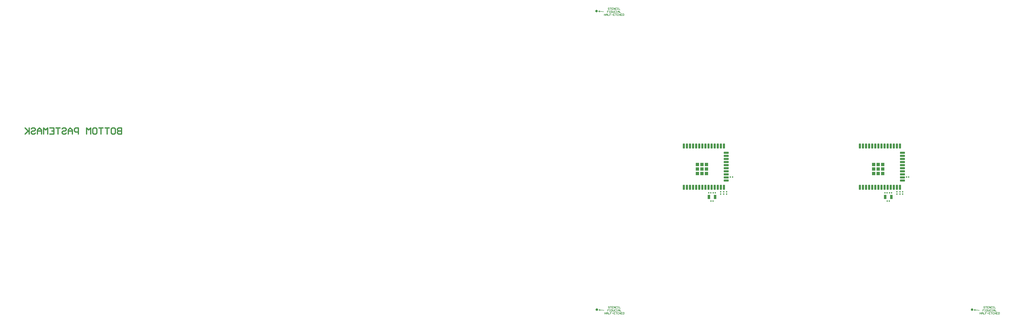
<source format=gbp>
G04*
G04 #@! TF.GenerationSoftware,Altium Limited,Altium Designer,20.1.11 (218)*
G04*
G04 Layer_Color=128*
%FSLAX24Y24*%
%MOIN*%
G70*
G04*
G04 #@! TF.SameCoordinates,AEDDF99B-34A0-49DA-9F15-8518DE2FCC60*
G04*
G04*
G04 #@! TF.FilePolarity,Positive*
G04*
G01*
G75*
%ADD10C,0.0050*%
%ADD11C,0.0200*%
G04:AMPARAMS|DCode=12|XSize=76.8mil|YSize=33.5mil|CornerRadius=2.6mil|HoleSize=0mil|Usage=FLASHONLY|Rotation=270.000|XOffset=0mil|YOffset=0mil|HoleType=Round|Shape=RoundedRectangle|*
%AMROUNDEDRECTD12*
21,1,0.0768,0.0283,0,0,270.0*
21,1,0.0717,0.0335,0,0,270.0*
1,1,0.0051,-0.0142,-0.0358*
1,1,0.0051,-0.0142,0.0358*
1,1,0.0051,0.0142,0.0358*
1,1,0.0051,0.0142,-0.0358*
%
%ADD12ROUNDEDRECTD12*%
G04:AMPARAMS|DCode=13|XSize=76.8mil|YSize=33.5mil|CornerRadius=2.6mil|HoleSize=0mil|Usage=FLASHONLY|Rotation=180.000|XOffset=0mil|YOffset=0mil|HoleType=Round|Shape=RoundedRectangle|*
%AMROUNDEDRECTD13*
21,1,0.0768,0.0283,0,0,180.0*
21,1,0.0717,0.0335,0,0,180.0*
1,1,0.0051,-0.0358,0.0142*
1,1,0.0051,0.0358,0.0142*
1,1,0.0051,0.0358,-0.0142*
1,1,0.0051,-0.0358,-0.0142*
%
%ADD13ROUNDEDRECTD13*%
G04:AMPARAMS|DCode=14|XSize=33.5mil|YSize=76.8mil|CornerRadius=2.6mil|HoleSize=0mil|Usage=FLASHONLY|Rotation=180.000|XOffset=0mil|YOffset=0mil|HoleType=Round|Shape=RoundedRectangle|*
%AMROUNDEDRECTD14*
21,1,0.0335,0.0717,0,0,180.0*
21,1,0.0283,0.0768,0,0,180.0*
1,1,0.0051,-0.0142,0.0358*
1,1,0.0051,0.0142,0.0358*
1,1,0.0051,0.0142,-0.0358*
1,1,0.0051,-0.0142,-0.0358*
%
%ADD14ROUNDEDRECTD14*%
G04:AMPARAMS|DCode=15|XSize=50.4mil|YSize=50.4mil|CornerRadius=0mil|HoleSize=0mil|Usage=FLASHONLY|Rotation=270.000|XOffset=0mil|YOffset=0mil|HoleType=Round|Shape=RoundedRectangle|*
%AMROUNDEDRECTD15*
21,1,0.0504,0.0504,0,0,270.0*
21,1,0.0504,0.0504,0,0,270.0*
1,1,0.0000,-0.0252,-0.0252*
1,1,0.0000,-0.0252,0.0252*
1,1,0.0000,0.0252,0.0252*
1,1,0.0000,0.0252,-0.0252*
%
%ADD15ROUNDEDRECTD15*%
G04:AMPARAMS|DCode=16|XSize=68.9mil|YSize=37.4mil|CornerRadius=3mil|HoleSize=0mil|Usage=FLASHONLY|Rotation=270.000|XOffset=0mil|YOffset=0mil|HoleType=Round|Shape=RoundedRectangle|*
%AMROUNDEDRECTD16*
21,1,0.0689,0.0315,0,0,270.0*
21,1,0.0630,0.0374,0,0,270.0*
1,1,0.0059,-0.0157,-0.0315*
1,1,0.0059,-0.0157,0.0315*
1,1,0.0059,0.0157,0.0315*
1,1,0.0059,0.0157,-0.0315*
%
%ADD16ROUNDEDRECTD16*%
G04:AMPARAMS|DCode=17|XSize=20mil|YSize=20mil|CornerRadius=6mil|HoleSize=0mil|Usage=FLASHONLY|Rotation=90.000|XOffset=0mil|YOffset=0mil|HoleType=Round|Shape=RoundedRectangle|*
%AMROUNDEDRECTD17*
21,1,0.0200,0.0080,0,0,90.0*
21,1,0.0080,0.0200,0,0,90.0*
1,1,0.0120,0.0040,0.0040*
1,1,0.0120,0.0040,-0.0040*
1,1,0.0120,-0.0040,-0.0040*
1,1,0.0120,-0.0040,0.0040*
%
%ADD17ROUNDEDRECTD17*%
G04:AMPARAMS|DCode=18|XSize=20mil|YSize=20mil|CornerRadius=6mil|HoleSize=0mil|Usage=FLASHONLY|Rotation=0.000|XOffset=0mil|YOffset=0mil|HoleType=Round|Shape=RoundedRectangle|*
%AMROUNDEDRECTD18*
21,1,0.0200,0.0080,0,0,0.0*
21,1,0.0080,0.0200,0,0,0.0*
1,1,0.0120,0.0040,-0.0040*
1,1,0.0120,-0.0040,-0.0040*
1,1,0.0120,-0.0040,0.0040*
1,1,0.0120,0.0040,0.0040*
%
%ADD18ROUNDEDRECTD18*%
G36*
X183655Y-2497D02*
X183674D01*
X183712Y-2505D01*
X183748Y-2520D01*
X183780Y-2541D01*
X183808Y-2569D01*
X183829Y-2601D01*
X183844Y-2637D01*
X183852Y-2675D01*
Y-2694D01*
Y-2714D01*
X183844Y-2752D01*
X183829Y-2787D01*
X183808Y-2820D01*
X183780Y-2847D01*
X183748Y-2869D01*
X183712Y-2883D01*
X183674Y-2891D01*
X183655D01*
X183635D01*
X183597Y-2883D01*
X183561Y-2869D01*
X183529Y-2847D01*
X183502Y-2820D01*
X183480Y-2787D01*
X183465Y-2752D01*
X183458Y-2714D01*
Y-2694D01*
Y-2675D01*
X183465Y-2637D01*
X183480Y-2601D01*
X183502Y-2569D01*
X183529Y-2541D01*
X183561Y-2520D01*
X183597Y-2505D01*
X183635Y-2497D01*
X183655D01*
D01*
D02*
G37*
G36*
X122838D02*
X122858D01*
X122896Y-2505D01*
X122932Y-2520D01*
X122964Y-2541D01*
X122991Y-2569D01*
X123013Y-2601D01*
X123028Y-2637D01*
X123035Y-2675D01*
Y-2694D01*
Y-2714D01*
X123028Y-2752D01*
X123013Y-2787D01*
X122991Y-2820D01*
X122964Y-2847D01*
X122932Y-2869D01*
X122896Y-2883D01*
X122858Y-2891D01*
X122838D01*
X122819D01*
X122781Y-2883D01*
X122745Y-2869D01*
X122713Y-2847D01*
X122685Y-2820D01*
X122664Y-2787D01*
X122649Y-2752D01*
X122641Y-2714D01*
Y-2694D01*
Y-2675D01*
X122649Y-2637D01*
X122664Y-2601D01*
X122685Y-2569D01*
X122713Y-2541D01*
X122745Y-2520D01*
X122781Y-2505D01*
X122819Y-2497D01*
X122838D01*
D01*
D02*
G37*
G36*
X122782Y45963D02*
X122801D01*
X122839Y45955D01*
X122875Y45940D01*
X122907Y45919D01*
X122935Y45891D01*
X122956Y45859D01*
X122971Y45823D01*
X122979Y45785D01*
Y45766D01*
Y45746D01*
X122971Y45708D01*
X122956Y45673D01*
X122935Y45640D01*
X122907Y45613D01*
X122875Y45591D01*
X122839Y45577D01*
X122801Y45569D01*
X122782D01*
X122762D01*
X122724Y45577D01*
X122688Y45591D01*
X122656Y45613D01*
X122629Y45640D01*
X122607Y45673D01*
X122592Y45708D01*
X122585Y45746D01*
Y45766D01*
Y45785D01*
X122592Y45823D01*
X122607Y45859D01*
X122629Y45891D01*
X122656Y45919D01*
X122688Y45940D01*
X122724Y45955D01*
X122762Y45963D01*
X122782D01*
D01*
D02*
G37*
D10*
X184195Y-2644D02*
X183975Y-2734D01*
X184185Y-2864D02*
X183975Y-2734D01*
X184825Y-2804D02*
X183975Y-2734D01*
X123322Y45816D02*
X123102Y45726D01*
X123312Y45596D02*
X123102Y45726D01*
X123952Y45656D02*
X123102Y45726D01*
X123378Y-2644D02*
X123158Y-2734D01*
X123368Y-2864D02*
X123158Y-2734D01*
X124008Y-2804D02*
X123158Y-2734D01*
X124913Y-2234D02*
X124863Y-2184D01*
X124763D01*
X124713Y-2234D01*
Y-2284D01*
X124763Y-2334D01*
X124863D01*
X124913Y-2384D01*
Y-2434D01*
X124863Y-2484D01*
X124763D01*
X124713Y-2434D01*
X125013Y-2184D02*
X125213D01*
X125113D01*
Y-2484D01*
X125513Y-2184D02*
X125313D01*
Y-2484D01*
X125513D01*
X125313Y-2334D02*
X125413D01*
X125613Y-2484D02*
Y-2184D01*
X125813Y-2484D01*
Y-2184D01*
X126113Y-2234D02*
X126063Y-2184D01*
X125963D01*
X125913Y-2234D01*
Y-2434D01*
X125963Y-2484D01*
X126063D01*
X126113Y-2434D01*
X126213Y-2184D02*
X126313D01*
X126263D01*
Y-2484D01*
X126213D01*
X126313D01*
X126463Y-2184D02*
Y-2484D01*
X126662D01*
X124788Y-2664D02*
X124588D01*
Y-2814D01*
X124688D01*
X124588D01*
Y-2964D01*
X124888Y-2664D02*
X124988D01*
X124938D01*
Y-2964D01*
X124888D01*
X124988D01*
X125138Y-2664D02*
Y-2964D01*
X125288D01*
X125338Y-2914D01*
Y-2714D01*
X125288Y-2664D01*
X125138D01*
X125438D02*
Y-2914D01*
X125488Y-2964D01*
X125588D01*
X125638Y-2914D01*
Y-2664D01*
X125938Y-2714D02*
X125888Y-2664D01*
X125788D01*
X125738Y-2714D01*
Y-2914D01*
X125788Y-2964D01*
X125888D01*
X125938Y-2914D01*
X126038Y-2664D02*
X126138D01*
X126088D01*
Y-2964D01*
X126038D01*
X126138D01*
X126288D02*
Y-2764D01*
X126388Y-2664D01*
X126488Y-2764D01*
Y-2964D01*
Y-2814D01*
X126288D01*
X126588Y-2664D02*
Y-2964D01*
X126787D01*
X124088Y-3144D02*
Y-3444D01*
Y-3294D01*
X124288D01*
Y-3144D01*
Y-3444D01*
X124388D02*
Y-3244D01*
X124488Y-3144D01*
X124588Y-3244D01*
Y-3444D01*
Y-3294D01*
X124388D01*
X124688Y-3144D02*
Y-3444D01*
X124888D01*
X125188Y-3144D02*
X124988D01*
Y-3294D01*
X125088D01*
X124988D01*
Y-3444D01*
X125288Y-3294D02*
X125488D01*
X125788Y-3144D02*
X125588D01*
Y-3444D01*
X125788D01*
X125588Y-3294D02*
X125688D01*
X125888Y-3144D02*
X126088D01*
X125988D01*
Y-3444D01*
X126388Y-3194D02*
X126338Y-3144D01*
X126238D01*
X126188Y-3194D01*
Y-3394D01*
X126238Y-3444D01*
X126338D01*
X126388Y-3394D01*
X126488Y-3144D02*
Y-3444D01*
Y-3294D01*
X126687D01*
Y-3144D01*
Y-3444D01*
X126987Y-3144D02*
X126787D01*
Y-3444D01*
X126987D01*
X126787Y-3294D02*
X126887D01*
X127087Y-3144D02*
Y-3444D01*
X127237D01*
X127287Y-3394D01*
Y-3194D01*
X127237Y-3144D01*
X127087D01*
X185729Y-2234D02*
X185679Y-2184D01*
X185579D01*
X185529Y-2234D01*
Y-2284D01*
X185579Y-2334D01*
X185679D01*
X185729Y-2384D01*
Y-2434D01*
X185679Y-2484D01*
X185579D01*
X185529Y-2434D01*
X185829Y-2184D02*
X186029D01*
X185929D01*
Y-2484D01*
X186329Y-2184D02*
X186129D01*
Y-2484D01*
X186329D01*
X186129Y-2334D02*
X186229D01*
X186429Y-2484D02*
Y-2184D01*
X186629Y-2484D01*
Y-2184D01*
X186929Y-2234D02*
X186879Y-2184D01*
X186779D01*
X186729Y-2234D01*
Y-2434D01*
X186779Y-2484D01*
X186879D01*
X186929Y-2434D01*
X187029Y-2184D02*
X187129D01*
X187079D01*
Y-2484D01*
X187029D01*
X187129D01*
X187279Y-2184D02*
Y-2484D01*
X187479D01*
X185604Y-2664D02*
X185404D01*
Y-2814D01*
X185504D01*
X185404D01*
Y-2964D01*
X185704Y-2664D02*
X185804D01*
X185754D01*
Y-2964D01*
X185704D01*
X185804D01*
X185954Y-2664D02*
Y-2964D01*
X186104D01*
X186154Y-2914D01*
Y-2714D01*
X186104Y-2664D01*
X185954D01*
X186254D02*
Y-2914D01*
X186304Y-2964D01*
X186404D01*
X186454Y-2914D01*
Y-2664D01*
X186754Y-2714D02*
X186704Y-2664D01*
X186604D01*
X186554Y-2714D01*
Y-2914D01*
X186604Y-2964D01*
X186704D01*
X186754Y-2914D01*
X186854Y-2664D02*
X186954D01*
X186904D01*
Y-2964D01*
X186854D01*
X186954D01*
X187104D02*
Y-2764D01*
X187204Y-2664D01*
X187304Y-2764D01*
Y-2964D01*
Y-2814D01*
X187104D01*
X187404Y-2664D02*
Y-2964D01*
X187604D01*
X184905Y-3144D02*
Y-3444D01*
Y-3294D01*
X185105D01*
Y-3144D01*
Y-3444D01*
X185205D02*
Y-3244D01*
X185305Y-3144D01*
X185404Y-3244D01*
Y-3444D01*
Y-3294D01*
X185205D01*
X185504Y-3144D02*
Y-3444D01*
X185704D01*
X186004Y-3144D02*
X185804D01*
Y-3294D01*
X185904D01*
X185804D01*
Y-3444D01*
X186104Y-3294D02*
X186304D01*
X186604Y-3144D02*
X186404D01*
Y-3444D01*
X186604D01*
X186404Y-3294D02*
X186504D01*
X186704Y-3144D02*
X186904D01*
X186804D01*
Y-3444D01*
X187204Y-3194D02*
X187154Y-3144D01*
X187054D01*
X187004Y-3194D01*
Y-3394D01*
X187054Y-3444D01*
X187154D01*
X187204Y-3394D01*
X187304Y-3144D02*
Y-3444D01*
Y-3294D01*
X187504D01*
Y-3144D01*
Y-3444D01*
X187804Y-3144D02*
X187604D01*
Y-3444D01*
X187804D01*
X187604Y-3294D02*
X187704D01*
X187904Y-3144D02*
Y-3444D01*
X188054D01*
X188104Y-3394D01*
Y-3194D01*
X188054Y-3144D01*
X187904D01*
X124856Y46226D02*
X124806Y46276D01*
X124706D01*
X124656Y46226D01*
Y46176D01*
X124706Y46126D01*
X124806D01*
X124856Y46076D01*
Y46026D01*
X124806Y45976D01*
X124706D01*
X124656Y46026D01*
X124956Y46276D02*
X125156D01*
X125056D01*
Y45976D01*
X125456Y46276D02*
X125256D01*
Y45976D01*
X125456D01*
X125256Y46126D02*
X125356D01*
X125556Y45976D02*
Y46276D01*
X125756Y45976D01*
Y46276D01*
X126056Y46226D02*
X126006Y46276D01*
X125906D01*
X125856Y46226D01*
Y46026D01*
X125906Y45976D01*
X126006D01*
X126056Y46026D01*
X126156Y46276D02*
X126256D01*
X126206D01*
Y45976D01*
X126156D01*
X126256D01*
X126406Y46276D02*
Y45976D01*
X126606D01*
X124731Y45796D02*
X124532D01*
Y45646D01*
X124632D01*
X124532D01*
Y45496D01*
X124831Y45796D02*
X124931D01*
X124881D01*
Y45496D01*
X124831D01*
X124931D01*
X125081Y45796D02*
Y45496D01*
X125231D01*
X125281Y45546D01*
Y45746D01*
X125231Y45796D01*
X125081D01*
X125381D02*
Y45546D01*
X125431Y45496D01*
X125531D01*
X125581Y45546D01*
Y45796D01*
X125881Y45746D02*
X125831Y45796D01*
X125731D01*
X125681Y45746D01*
Y45546D01*
X125731Y45496D01*
X125831D01*
X125881Y45546D01*
X125981Y45796D02*
X126081D01*
X126031D01*
Y45496D01*
X125981D01*
X126081D01*
X126231D02*
Y45696D01*
X126331Y45796D01*
X126431Y45696D01*
Y45496D01*
Y45646D01*
X126231D01*
X126531Y45796D02*
Y45496D01*
X126731D01*
X124032Y45316D02*
Y45016D01*
Y45166D01*
X124232D01*
Y45316D01*
Y45016D01*
X124332D02*
Y45216D01*
X124432Y45316D01*
X124532Y45216D01*
Y45016D01*
Y45166D01*
X124332D01*
X124632Y45316D02*
Y45016D01*
X124831D01*
X125131Y45316D02*
X124931D01*
Y45166D01*
X125031D01*
X124931D01*
Y45016D01*
X125231Y45166D02*
X125431D01*
X125731Y45316D02*
X125531D01*
Y45016D01*
X125731D01*
X125531Y45166D02*
X125631D01*
X125831Y45316D02*
X126031D01*
X125931D01*
Y45016D01*
X126331Y45266D02*
X126281Y45316D01*
X126181D01*
X126131Y45266D01*
Y45066D01*
X126181Y45016D01*
X126281D01*
X126331Y45066D01*
X126431Y45316D02*
Y45016D01*
Y45166D01*
X126631D01*
Y45316D01*
Y45016D01*
X126931Y45316D02*
X126731D01*
Y45016D01*
X126931D01*
X126731Y45166D02*
X126831D01*
X127031Y45316D02*
Y45016D01*
X127181D01*
X127231Y45066D01*
Y45266D01*
X127181Y45316D01*
X127031D01*
D11*
X45818Y26801D02*
Y25801D01*
X45318D01*
X45152Y25968D01*
Y26135D01*
X45318Y26301D01*
X45818D01*
X45318D01*
X45152Y26468D01*
Y26635D01*
X45318Y26801D01*
X45818D01*
X44319D02*
X44652D01*
X44818Y26635D01*
Y25968D01*
X44652Y25801D01*
X44319D01*
X44152Y25968D01*
Y26635D01*
X44319Y26801D01*
X43819D02*
X43152D01*
X43486D01*
Y25801D01*
X42819Y26801D02*
X42153D01*
X42486D01*
Y25801D01*
X41320Y26801D02*
X41653D01*
X41819Y26635D01*
Y25968D01*
X41653Y25801D01*
X41320D01*
X41153Y25968D01*
Y26635D01*
X41320Y26801D01*
X40820Y25801D02*
Y26801D01*
X40486Y26468D01*
X40153Y26801D01*
Y25801D01*
X38820D02*
Y26801D01*
X38321D01*
X38154Y26635D01*
Y26301D01*
X38321Y26135D01*
X38820D01*
X37821Y25801D02*
Y26468D01*
X37487Y26801D01*
X37154Y26468D01*
Y25801D01*
Y26301D01*
X37821D01*
X36155Y26635D02*
X36321Y26801D01*
X36654D01*
X36821Y26635D01*
Y26468D01*
X36654Y26301D01*
X36321D01*
X36155Y26135D01*
Y25968D01*
X36321Y25801D01*
X36654D01*
X36821Y25968D01*
X35821Y26801D02*
X35155D01*
X35488D01*
Y25801D01*
X34155Y26801D02*
X34822D01*
Y25801D01*
X34155D01*
X34822Y26301D02*
X34488D01*
X33822Y25801D02*
Y26801D01*
X33489Y26468D01*
X33156Y26801D01*
Y25801D01*
X32822D02*
Y26468D01*
X32489Y26801D01*
X32156Y26468D01*
Y25801D01*
Y26301D01*
X32822D01*
X31156Y26635D02*
X31323Y26801D01*
X31656D01*
X31823Y26635D01*
Y26468D01*
X31656Y26301D01*
X31323D01*
X31156Y26135D01*
Y25968D01*
X31323Y25801D01*
X31656D01*
X31823Y25968D01*
X30823Y26801D02*
Y25801D01*
Y26135D01*
X30156Y26801D01*
X30656Y26301D01*
X30156Y25801D01*
D12*
X165481Y23861D02*
D03*
X165981D02*
D03*
X166481D02*
D03*
X166981D02*
D03*
X167481D02*
D03*
X167981D02*
D03*
X168481D02*
D03*
X168981D02*
D03*
X169481D02*
D03*
X169981D02*
D03*
X170481D02*
D03*
X170981D02*
D03*
X171481D02*
D03*
X171981D02*
D03*
Y17168D02*
D03*
X171481D02*
D03*
X170981D02*
D03*
X170481D02*
D03*
X169981D02*
D03*
X169481D02*
D03*
X168981D02*
D03*
X168481D02*
D03*
X167981D02*
D03*
X167481D02*
D03*
X166981D02*
D03*
X166481D02*
D03*
X165981D02*
D03*
X136922Y23861D02*
D03*
X137422D02*
D03*
X137922D02*
D03*
X138422D02*
D03*
X138922D02*
D03*
X139422D02*
D03*
X139922D02*
D03*
X140422D02*
D03*
X140922D02*
D03*
X141422D02*
D03*
X141922D02*
D03*
X142422D02*
D03*
X142922D02*
D03*
X143422D02*
D03*
Y17168D02*
D03*
X142922D02*
D03*
X142422D02*
D03*
X141922D02*
D03*
X141422D02*
D03*
X140922D02*
D03*
X140422D02*
D03*
X139922D02*
D03*
X139422D02*
D03*
X138922D02*
D03*
X138422D02*
D03*
X137922D02*
D03*
X137422D02*
D03*
D13*
X172375Y18265D02*
D03*
Y19765D02*
D03*
Y20765D02*
D03*
Y22265D02*
D03*
Y19265D02*
D03*
Y18765D02*
D03*
Y20265D02*
D03*
Y21765D02*
D03*
Y22765D02*
D03*
Y21265D02*
D03*
X143816Y18265D02*
D03*
Y19765D02*
D03*
Y20765D02*
D03*
Y22265D02*
D03*
Y19265D02*
D03*
Y18765D02*
D03*
Y20265D02*
D03*
Y21765D02*
D03*
Y22765D02*
D03*
Y21265D02*
D03*
D14*
X165481Y17168D02*
D03*
X136922D02*
D03*
D15*
X168434Y19398D02*
D03*
Y20843D02*
D03*
X167712D02*
D03*
X168434Y20121D02*
D03*
X169157Y20843D02*
D03*
Y20121D02*
D03*
Y19398D02*
D03*
X167712Y20121D02*
D03*
Y19398D02*
D03*
X139875D02*
D03*
Y20843D02*
D03*
X139153D02*
D03*
X139875Y20121D02*
D03*
X140598Y20843D02*
D03*
Y20121D02*
D03*
Y19398D02*
D03*
X139153Y20121D02*
D03*
Y19398D02*
D03*
D16*
X169578Y15594D02*
D03*
X170563D02*
D03*
X141019D02*
D03*
X142004D02*
D03*
D17*
X169896Y14932D02*
D03*
X170246D02*
D03*
X169525Y16255D02*
D03*
X169875D02*
D03*
X170607D02*
D03*
X170257D02*
D03*
X173386Y18811D02*
D03*
X173036D02*
D03*
X141337Y14932D02*
D03*
X141687D02*
D03*
X140966Y16255D02*
D03*
X141316D02*
D03*
X142048D02*
D03*
X141698D02*
D03*
X144827Y18811D02*
D03*
X144477D02*
D03*
D18*
X171462Y16417D02*
D03*
Y16067D02*
D03*
X171964Y16406D02*
D03*
Y16056D02*
D03*
X172417Y16406D02*
D03*
Y16056D02*
D03*
X142903Y16417D02*
D03*
Y16067D02*
D03*
X143405Y16406D02*
D03*
Y16056D02*
D03*
X143858Y16406D02*
D03*
Y16056D02*
D03*
M02*

</source>
